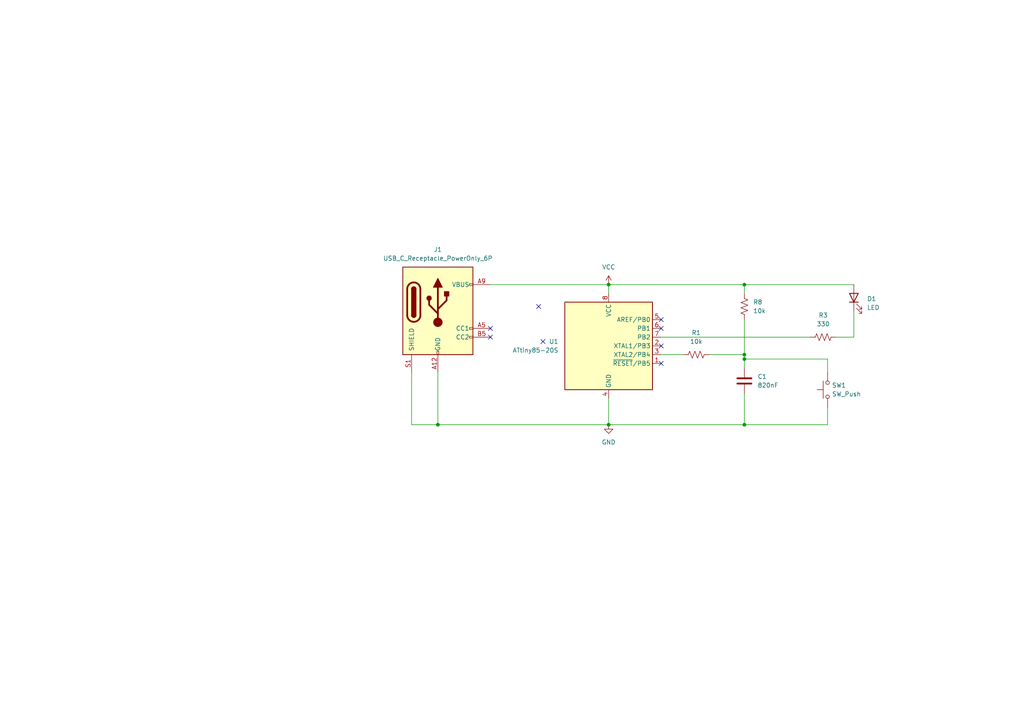
<source format=kicad_sch>
(kicad_sch
	(version 20231120)
	(generator "eeschema")
	(generator_version "8.0")
	(uuid "408691a1-f46f-4146-bc3d-0a3abede3172")
	(paper "A4")
	(lib_symbols
		(symbol "Connector:USB_C_Receptacle_PowerOnly_6P"
			(pin_names
				(offset 1.016)
			)
			(exclude_from_sim no)
			(in_bom yes)
			(on_board yes)
			(property "Reference" "J"
				(at 0 16.51 0)
				(effects
					(font
						(size 1.27 1.27)
					)
					(justify bottom)
				)
			)
			(property "Value" "USB_C_Receptacle_PowerOnly_6P"
				(at 0 13.97 0)
				(effects
					(font
						(size 1.27 1.27)
					)
					(justify bottom)
				)
			)
			(property "Footprint" ""
				(at 3.81 2.54 0)
				(effects
					(font
						(size 1.27 1.27)
					)
					(hide yes)
				)
			)
			(property "Datasheet" "https://www.usb.org/sites/default/files/documents/usb_type-c.zip"
				(at 0 0 0)
				(effects
					(font
						(size 1.27 1.27)
					)
					(hide yes)
				)
			)
			(property "Description" "USB Power-Only 6P Type-C Receptacle connector"
				(at 0 0 0)
				(effects
					(font
						(size 1.27 1.27)
					)
					(hide yes)
				)
			)
			(property "ki_keywords" "usb universal serial bus type-C power-only charging-only 6P 6C"
				(at 0 0 0)
				(effects
					(font
						(size 1.27 1.27)
					)
					(hide yes)
				)
			)
			(property "ki_fp_filters" "USB*C*Receptacle*"
				(at 0 0 0)
				(effects
					(font
						(size 1.27 1.27)
					)
					(hide yes)
				)
			)
			(symbol "USB_C_Receptacle_PowerOnly_6P_0_0"
				(rectangle
					(start -0.254 -12.7)
					(end 0.254 -11.684)
					(stroke
						(width 0)
						(type default)
					)
					(fill
						(type none)
					)
				)
				(rectangle
					(start 10.16 -7.366)
					(end 9.144 -7.874)
					(stroke
						(width 0)
						(type default)
					)
					(fill
						(type none)
					)
				)
				(rectangle
					(start 10.16 -4.826)
					(end 9.144 -5.334)
					(stroke
						(width 0)
						(type default)
					)
					(fill
						(type none)
					)
				)
				(rectangle
					(start 10.16 7.874)
					(end 9.144 7.366)
					(stroke
						(width 0)
						(type default)
					)
					(fill
						(type none)
					)
				)
			)
			(symbol "USB_C_Receptacle_PowerOnly_6P_0_1"
				(rectangle
					(start -10.16 12.7)
					(end 10.16 -12.7)
					(stroke
						(width 0.254)
						(type default)
					)
					(fill
						(type background)
					)
				)
				(arc
					(start -8.89 -1.27)
					(mid -6.985 -3.1667)
					(end -5.08 -1.27)
					(stroke
						(width 0.508)
						(type default)
					)
					(fill
						(type none)
					)
				)
				(arc
					(start -7.62 -1.27)
					(mid -6.985 -1.9023)
					(end -6.35 -1.27)
					(stroke
						(width 0.254)
						(type default)
					)
					(fill
						(type none)
					)
				)
				(arc
					(start -7.62 -1.27)
					(mid -6.985 -1.9023)
					(end -6.35 -1.27)
					(stroke
						(width 0.254)
						(type default)
					)
					(fill
						(type outline)
					)
				)
				(rectangle
					(start -7.62 -1.27)
					(end -6.35 6.35)
					(stroke
						(width 0.254)
						(type default)
					)
					(fill
						(type outline)
					)
				)
				(arc
					(start -6.35 6.35)
					(mid -6.985 6.9823)
					(end -7.62 6.35)
					(stroke
						(width 0.254)
						(type default)
					)
					(fill
						(type none)
					)
				)
				(arc
					(start -6.35 6.35)
					(mid -6.985 6.9823)
					(end -7.62 6.35)
					(stroke
						(width 0.254)
						(type default)
					)
					(fill
						(type outline)
					)
				)
				(arc
					(start -5.08 6.35)
					(mid -6.985 8.2467)
					(end -8.89 6.35)
					(stroke
						(width 0.508)
						(type default)
					)
					(fill
						(type none)
					)
				)
				(circle
					(center -2.54 3.683)
					(radius 0.635)
					(stroke
						(width 0.254)
						(type default)
					)
					(fill
						(type outline)
					)
				)
				(circle
					(center 0 -3.302)
					(radius 1.27)
					(stroke
						(width 0)
						(type default)
					)
					(fill
						(type outline)
					)
				)
				(polyline
					(pts
						(xy -8.89 -1.27) (xy -8.89 6.35)
					)
					(stroke
						(width 0.508)
						(type default)
					)
					(fill
						(type none)
					)
				)
				(polyline
					(pts
						(xy -5.08 6.35) (xy -5.08 -1.27)
					)
					(stroke
						(width 0.508)
						(type default)
					)
					(fill
						(type none)
					)
				)
				(polyline
					(pts
						(xy 0 -3.302) (xy 0 6.858)
					)
					(stroke
						(width 0.508)
						(type default)
					)
					(fill
						(type none)
					)
				)
				(polyline
					(pts
						(xy 0 -0.762) (xy -2.54 1.778) (xy -2.54 3.048)
					)
					(stroke
						(width 0.508)
						(type default)
					)
					(fill
						(type none)
					)
				)
				(polyline
					(pts
						(xy 0 0.508) (xy 2.54 3.048) (xy 2.54 4.318)
					)
					(stroke
						(width 0.508)
						(type default)
					)
					(fill
						(type none)
					)
				)
				(polyline
					(pts
						(xy -1.27 6.858) (xy 0 9.398) (xy 1.27 6.858) (xy -1.27 6.858)
					)
					(stroke
						(width 0.254)
						(type default)
					)
					(fill
						(type outline)
					)
				)
				(rectangle
					(start 1.905 4.318)
					(end 3.175 5.588)
					(stroke
						(width 0.254)
						(type default)
					)
					(fill
						(type outline)
					)
				)
			)
			(symbol "USB_C_Receptacle_PowerOnly_6P_1_1"
				(pin passive line
					(at 0 -17.78 90)
					(length 5.08)
					(name "GND"
						(effects
							(font
								(size 1.27 1.27)
							)
						)
					)
					(number "A12"
						(effects
							(font
								(size 1.27 1.27)
							)
						)
					)
				)
				(pin bidirectional line
					(at 15.24 -5.08 180)
					(length 5.08)
					(name "CC1"
						(effects
							(font
								(size 1.27 1.27)
							)
						)
					)
					(number "A5"
						(effects
							(font
								(size 1.27 1.27)
							)
						)
					)
				)
				(pin passive line
					(at 15.24 7.62 180)
					(length 5.08)
					(name "VBUS"
						(effects
							(font
								(size 1.27 1.27)
							)
						)
					)
					(number "A9"
						(effects
							(font
								(size 1.27 1.27)
							)
						)
					)
				)
				(pin passive line
					(at 0 -17.78 90)
					(length 5.08) hide
					(name "GND"
						(effects
							(font
								(size 1.27 1.27)
							)
						)
					)
					(number "B12"
						(effects
							(font
								(size 1.27 1.27)
							)
						)
					)
				)
				(pin bidirectional line
					(at 15.24 -7.62 180)
					(length 5.08)
					(name "CC2"
						(effects
							(font
								(size 1.27 1.27)
							)
						)
					)
					(number "B5"
						(effects
							(font
								(size 1.27 1.27)
							)
						)
					)
				)
				(pin passive line
					(at 15.24 7.62 180)
					(length 5.08) hide
					(name "VBUS"
						(effects
							(font
								(size 1.27 1.27)
							)
						)
					)
					(number "B9"
						(effects
							(font
								(size 1.27 1.27)
							)
						)
					)
				)
				(pin passive line
					(at -7.62 -17.78 90)
					(length 5.08)
					(name "SHIELD"
						(effects
							(font
								(size 1.27 1.27)
							)
						)
					)
					(number "S1"
						(effects
							(font
								(size 1.27 1.27)
							)
						)
					)
				)
			)
		)
		(symbol "Device:C"
			(pin_numbers hide)
			(pin_names
				(offset 0.254)
			)
			(exclude_from_sim no)
			(in_bom yes)
			(on_board yes)
			(property "Reference" "C"
				(at 0.635 2.54 0)
				(effects
					(font
						(size 1.27 1.27)
					)
					(justify left)
				)
			)
			(property "Value" "C"
				(at 0.635 -2.54 0)
				(effects
					(font
						(size 1.27 1.27)
					)
					(justify left)
				)
			)
			(property "Footprint" ""
				(at 0.9652 -3.81 0)
				(effects
					(font
						(size 1.27 1.27)
					)
					(hide yes)
				)
			)
			(property "Datasheet" "~"
				(at 0 0 0)
				(effects
					(font
						(size 1.27 1.27)
					)
					(hide yes)
				)
			)
			(property "Description" "Unpolarized capacitor"
				(at 0 0 0)
				(effects
					(font
						(size 1.27 1.27)
					)
					(hide yes)
				)
			)
			(property "ki_keywords" "cap capacitor"
				(at 0 0 0)
				(effects
					(font
						(size 1.27 1.27)
					)
					(hide yes)
				)
			)
			(property "ki_fp_filters" "C_*"
				(at 0 0 0)
				(effects
					(font
						(size 1.27 1.27)
					)
					(hide yes)
				)
			)
			(symbol "C_0_1"
				(polyline
					(pts
						(xy -2.032 -0.762) (xy 2.032 -0.762)
					)
					(stroke
						(width 0.508)
						(type default)
					)
					(fill
						(type none)
					)
				)
				(polyline
					(pts
						(xy -2.032 0.762) (xy 2.032 0.762)
					)
					(stroke
						(width 0.508)
						(type default)
					)
					(fill
						(type none)
					)
				)
			)
			(symbol "C_1_1"
				(pin passive line
					(at 0 3.81 270)
					(length 2.794)
					(name "~"
						(effects
							(font
								(size 1.27 1.27)
							)
						)
					)
					(number "1"
						(effects
							(font
								(size 1.27 1.27)
							)
						)
					)
				)
				(pin passive line
					(at 0 -3.81 90)
					(length 2.794)
					(name "~"
						(effects
							(font
								(size 1.27 1.27)
							)
						)
					)
					(number "2"
						(effects
							(font
								(size 1.27 1.27)
							)
						)
					)
				)
			)
		)
		(symbol "Device:LED"
			(pin_numbers hide)
			(pin_names
				(offset 1.016) hide)
			(exclude_from_sim no)
			(in_bom yes)
			(on_board yes)
			(property "Reference" "D"
				(at 0 2.54 0)
				(effects
					(font
						(size 1.27 1.27)
					)
				)
			)
			(property "Value" "LED"
				(at 0 -2.54 0)
				(effects
					(font
						(size 1.27 1.27)
					)
				)
			)
			(property "Footprint" ""
				(at 0 0 0)
				(effects
					(font
						(size 1.27 1.27)
					)
					(hide yes)
				)
			)
			(property "Datasheet" "~"
				(at 0 0 0)
				(effects
					(font
						(size 1.27 1.27)
					)
					(hide yes)
				)
			)
			(property "Description" "Light emitting diode"
				(at 0 0 0)
				(effects
					(font
						(size 1.27 1.27)
					)
					(hide yes)
				)
			)
			(property "ki_keywords" "LED diode"
				(at 0 0 0)
				(effects
					(font
						(size 1.27 1.27)
					)
					(hide yes)
				)
			)
			(property "ki_fp_filters" "LED* LED_SMD:* LED_THT:*"
				(at 0 0 0)
				(effects
					(font
						(size 1.27 1.27)
					)
					(hide yes)
				)
			)
			(symbol "LED_0_1"
				(polyline
					(pts
						(xy -1.27 -1.27) (xy -1.27 1.27)
					)
					(stroke
						(width 0.254)
						(type default)
					)
					(fill
						(type none)
					)
				)
				(polyline
					(pts
						(xy -1.27 0) (xy 1.27 0)
					)
					(stroke
						(width 0)
						(type default)
					)
					(fill
						(type none)
					)
				)
				(polyline
					(pts
						(xy 1.27 -1.27) (xy 1.27 1.27) (xy -1.27 0) (xy 1.27 -1.27)
					)
					(stroke
						(width 0.254)
						(type default)
					)
					(fill
						(type none)
					)
				)
				(polyline
					(pts
						(xy -3.048 -0.762) (xy -4.572 -2.286) (xy -3.81 -2.286) (xy -4.572 -2.286) (xy -4.572 -1.524)
					)
					(stroke
						(width 0)
						(type default)
					)
					(fill
						(type none)
					)
				)
				(polyline
					(pts
						(xy -1.778 -0.762) (xy -3.302 -2.286) (xy -2.54 -2.286) (xy -3.302 -2.286) (xy -3.302 -1.524)
					)
					(stroke
						(width 0)
						(type default)
					)
					(fill
						(type none)
					)
				)
			)
			(symbol "LED_1_1"
				(pin passive line
					(at -3.81 0 0)
					(length 2.54)
					(name "K"
						(effects
							(font
								(size 1.27 1.27)
							)
						)
					)
					(number "1"
						(effects
							(font
								(size 1.27 1.27)
							)
						)
					)
				)
				(pin passive line
					(at 3.81 0 180)
					(length 2.54)
					(name "A"
						(effects
							(font
								(size 1.27 1.27)
							)
						)
					)
					(number "2"
						(effects
							(font
								(size 1.27 1.27)
							)
						)
					)
				)
			)
		)
		(symbol "Device:R_US"
			(pin_numbers hide)
			(pin_names
				(offset 0)
			)
			(exclude_from_sim no)
			(in_bom yes)
			(on_board yes)
			(property "Reference" "R"
				(at 2.54 0 90)
				(effects
					(font
						(size 1.27 1.27)
					)
				)
			)
			(property "Value" "R_US"
				(at -2.54 0 90)
				(effects
					(font
						(size 1.27 1.27)
					)
				)
			)
			(property "Footprint" ""
				(at 1.016 -0.254 90)
				(effects
					(font
						(size 1.27 1.27)
					)
					(hide yes)
				)
			)
			(property "Datasheet" "~"
				(at 0 0 0)
				(effects
					(font
						(size 1.27 1.27)
					)
					(hide yes)
				)
			)
			(property "Description" "Resistor, US symbol"
				(at 0 0 0)
				(effects
					(font
						(size 1.27 1.27)
					)
					(hide yes)
				)
			)
			(property "ki_keywords" "R res resistor"
				(at 0 0 0)
				(effects
					(font
						(size 1.27 1.27)
					)
					(hide yes)
				)
			)
			(property "ki_fp_filters" "R_*"
				(at 0 0 0)
				(effects
					(font
						(size 1.27 1.27)
					)
					(hide yes)
				)
			)
			(symbol "R_US_0_1"
				(polyline
					(pts
						(xy 0 -2.286) (xy 0 -2.54)
					)
					(stroke
						(width 0)
						(type default)
					)
					(fill
						(type none)
					)
				)
				(polyline
					(pts
						(xy 0 2.286) (xy 0 2.54)
					)
					(stroke
						(width 0)
						(type default)
					)
					(fill
						(type none)
					)
				)
				(polyline
					(pts
						(xy 0 -0.762) (xy 1.016 -1.143) (xy 0 -1.524) (xy -1.016 -1.905) (xy 0 -2.286)
					)
					(stroke
						(width 0)
						(type default)
					)
					(fill
						(type none)
					)
				)
				(polyline
					(pts
						(xy 0 0.762) (xy 1.016 0.381) (xy 0 0) (xy -1.016 -0.381) (xy 0 -0.762)
					)
					(stroke
						(width 0)
						(type default)
					)
					(fill
						(type none)
					)
				)
				(polyline
					(pts
						(xy 0 2.286) (xy 1.016 1.905) (xy 0 1.524) (xy -1.016 1.143) (xy 0 0.762)
					)
					(stroke
						(width 0)
						(type default)
					)
					(fill
						(type none)
					)
				)
			)
			(symbol "R_US_1_1"
				(pin passive line
					(at 0 3.81 270)
					(length 1.27)
					(name "~"
						(effects
							(font
								(size 1.27 1.27)
							)
						)
					)
					(number "1"
						(effects
							(font
								(size 1.27 1.27)
							)
						)
					)
				)
				(pin passive line
					(at 0 -3.81 90)
					(length 1.27)
					(name "~"
						(effects
							(font
								(size 1.27 1.27)
							)
						)
					)
					(number "2"
						(effects
							(font
								(size 1.27 1.27)
							)
						)
					)
				)
			)
		)
		(symbol "MCU_Microchip_ATtiny:ATtiny85-20S"
			(exclude_from_sim no)
			(in_bom yes)
			(on_board yes)
			(property "Reference" "U"
				(at -12.7 13.97 0)
				(effects
					(font
						(size 1.27 1.27)
					)
					(justify left bottom)
				)
			)
			(property "Value" "ATtiny85-20S"
				(at 2.54 -13.97 0)
				(effects
					(font
						(size 1.27 1.27)
					)
					(justify left top)
				)
			)
			(property "Footprint" "Package_SO:SOIC-8W_5.3x5.3mm_P1.27mm"
				(at 0 0 0)
				(effects
					(font
						(size 1.27 1.27)
						(italic yes)
					)
					(hide yes)
				)
			)
			(property "Datasheet" "http://ww1.microchip.com/downloads/en/DeviceDoc/atmel-2586-avr-8-bit-microcontroller-attiny25-attiny45-attiny85_datasheet.pdf"
				(at 0 0 0)
				(effects
					(font
						(size 1.27 1.27)
					)
					(hide yes)
				)
			)
			(property "Description" "20MHz, 8kB Flash, 512B SRAM, 512B EEPROM, debugWIRE, SOIC-8W"
				(at 0 0 0)
				(effects
					(font
						(size 1.27 1.27)
					)
					(hide yes)
				)
			)
			(property "ki_keywords" "AVR 8bit Microcontroller tinyAVR"
				(at 0 0 0)
				(effects
					(font
						(size 1.27 1.27)
					)
					(hide yes)
				)
			)
			(property "ki_fp_filters" "SOIC*5.3x5.3mm*P1.27mm*"
				(at 0 0 0)
				(effects
					(font
						(size 1.27 1.27)
					)
					(hide yes)
				)
			)
			(symbol "ATtiny85-20S_0_1"
				(rectangle
					(start -12.7 -12.7)
					(end 12.7 12.7)
					(stroke
						(width 0.254)
						(type default)
					)
					(fill
						(type background)
					)
				)
			)
			(symbol "ATtiny85-20S_1_1"
				(pin bidirectional line
					(at 15.24 -5.08 180)
					(length 2.54)
					(name "~{RESET}/PB5"
						(effects
							(font
								(size 1.27 1.27)
							)
						)
					)
					(number "1"
						(effects
							(font
								(size 1.27 1.27)
							)
						)
					)
				)
				(pin bidirectional line
					(at 15.24 0 180)
					(length 2.54)
					(name "XTAL1/PB3"
						(effects
							(font
								(size 1.27 1.27)
							)
						)
					)
					(number "2"
						(effects
							(font
								(size 1.27 1.27)
							)
						)
					)
				)
				(pin bidirectional line
					(at 15.24 -2.54 180)
					(length 2.54)
					(name "XTAL2/PB4"
						(effects
							(font
								(size 1.27 1.27)
							)
						)
					)
					(number "3"
						(effects
							(font
								(size 1.27 1.27)
							)
						)
					)
				)
				(pin power_in line
					(at 0 -15.24 90)
					(length 2.54)
					(name "GND"
						(effects
							(font
								(size 1.27 1.27)
							)
						)
					)
					(number "4"
						(effects
							(font
								(size 1.27 1.27)
							)
						)
					)
				)
				(pin bidirectional line
					(at 15.24 7.62 180)
					(length 2.54)
					(name "AREF/PB0"
						(effects
							(font
								(size 1.27 1.27)
							)
						)
					)
					(number "5"
						(effects
							(font
								(size 1.27 1.27)
							)
						)
					)
				)
				(pin bidirectional line
					(at 15.24 5.08 180)
					(length 2.54)
					(name "PB1"
						(effects
							(font
								(size 1.27 1.27)
							)
						)
					)
					(number "6"
						(effects
							(font
								(size 1.27 1.27)
							)
						)
					)
				)
				(pin bidirectional line
					(at 15.24 2.54 180)
					(length 2.54)
					(name "PB2"
						(effects
							(font
								(size 1.27 1.27)
							)
						)
					)
					(number "7"
						(effects
							(font
								(size 1.27 1.27)
							)
						)
					)
				)
				(pin power_in line
					(at 0 15.24 270)
					(length 2.54)
					(name "VCC"
						(effects
							(font
								(size 1.27 1.27)
							)
						)
					)
					(number "8"
						(effects
							(font
								(size 1.27 1.27)
							)
						)
					)
				)
			)
		)
		(symbol "Switch:SW_Push"
			(pin_numbers hide)
			(pin_names
				(offset 1.016) hide)
			(exclude_from_sim no)
			(in_bom yes)
			(on_board yes)
			(property "Reference" "SW"
				(at 1.27 2.54 0)
				(effects
					(font
						(size 1.27 1.27)
					)
					(justify left)
				)
			)
			(property "Value" "SW_Push"
				(at 0 -1.524 0)
				(effects
					(font
						(size 1.27 1.27)
					)
				)
			)
			(property "Footprint" ""
				(at 0 5.08 0)
				(effects
					(font
						(size 1.27 1.27)
					)
					(hide yes)
				)
			)
			(property "Datasheet" "~"
				(at 0 5.08 0)
				(effects
					(font
						(size 1.27 1.27)
					)
					(hide yes)
				)
			)
			(property "Description" "Push button switch, generic, two pins"
				(at 0 0 0)
				(effects
					(font
						(size 1.27 1.27)
					)
					(hide yes)
				)
			)
			(property "ki_keywords" "switch normally-open pushbutton push-button"
				(at 0 0 0)
				(effects
					(font
						(size 1.27 1.27)
					)
					(hide yes)
				)
			)
			(symbol "SW_Push_0_1"
				(circle
					(center -2.032 0)
					(radius 0.508)
					(stroke
						(width 0)
						(type default)
					)
					(fill
						(type none)
					)
				)
				(polyline
					(pts
						(xy 0 1.27) (xy 0 3.048)
					)
					(stroke
						(width 0)
						(type default)
					)
					(fill
						(type none)
					)
				)
				(polyline
					(pts
						(xy 2.54 1.27) (xy -2.54 1.27)
					)
					(stroke
						(width 0)
						(type default)
					)
					(fill
						(type none)
					)
				)
				(circle
					(center 2.032 0)
					(radius 0.508)
					(stroke
						(width 0)
						(type default)
					)
					(fill
						(type none)
					)
				)
				(pin passive line
					(at -5.08 0 0)
					(length 2.54)
					(name "1"
						(effects
							(font
								(size 1.27 1.27)
							)
						)
					)
					(number "1"
						(effects
							(font
								(size 1.27 1.27)
							)
						)
					)
				)
				(pin passive line
					(at 5.08 0 180)
					(length 2.54)
					(name "2"
						(effects
							(font
								(size 1.27 1.27)
							)
						)
					)
					(number "2"
						(effects
							(font
								(size 1.27 1.27)
							)
						)
					)
				)
			)
		)
		(symbol "power:GND"
			(power)
			(pin_numbers hide)
			(pin_names
				(offset 0) hide)
			(exclude_from_sim no)
			(in_bom yes)
			(on_board yes)
			(property "Reference" "#PWR"
				(at 0 -6.35 0)
				(effects
					(font
						(size 1.27 1.27)
					)
					(hide yes)
				)
			)
			(property "Value" "GND"
				(at 0 -3.81 0)
				(effects
					(font
						(size 1.27 1.27)
					)
				)
			)
			(property "Footprint" ""
				(at 0 0 0)
				(effects
					(font
						(size 1.27 1.27)
					)
					(hide yes)
				)
			)
			(property "Datasheet" ""
				(at 0 0 0)
				(effects
					(font
						(size 1.27 1.27)
					)
					(hide yes)
				)
			)
			(property "Description" "Power symbol creates a global label with name \"GND\" , ground"
				(at 0 0 0)
				(effects
					(font
						(size 1.27 1.27)
					)
					(hide yes)
				)
			)
			(property "ki_keywords" "global power"
				(at 0 0 0)
				(effects
					(font
						(size 1.27 1.27)
					)
					(hide yes)
				)
			)
			(symbol "GND_0_1"
				(polyline
					(pts
						(xy 0 0) (xy 0 -1.27) (xy 1.27 -1.27) (xy 0 -2.54) (xy -1.27 -1.27) (xy 0 -1.27)
					)
					(stroke
						(width 0)
						(type default)
					)
					(fill
						(type none)
					)
				)
			)
			(symbol "GND_1_1"
				(pin power_in line
					(at 0 0 270)
					(length 0)
					(name "~"
						(effects
							(font
								(size 1.27 1.27)
							)
						)
					)
					(number "1"
						(effects
							(font
								(size 1.27 1.27)
							)
						)
					)
				)
			)
		)
		(symbol "power:VCC"
			(power)
			(pin_numbers hide)
			(pin_names
				(offset 0) hide)
			(exclude_from_sim no)
			(in_bom yes)
			(on_board yes)
			(property "Reference" "#PWR"
				(at 0 -3.81 0)
				(effects
					(font
						(size 1.27 1.27)
					)
					(hide yes)
				)
			)
			(property "Value" "VCC"
				(at 0 3.556 0)
				(effects
					(font
						(size 1.27 1.27)
					)
				)
			)
			(property "Footprint" ""
				(at 0 0 0)
				(effects
					(font
						(size 1.27 1.27)
					)
					(hide yes)
				)
			)
			(property "Datasheet" ""
				(at 0 0 0)
				(effects
					(font
						(size 1.27 1.27)
					)
					(hide yes)
				)
			)
			(property "Description" "Power symbol creates a global label with name \"VCC\""
				(at 0 0 0)
				(effects
					(font
						(size 1.27 1.27)
					)
					(hide yes)
				)
			)
			(property "ki_keywords" "global power"
				(at 0 0 0)
				(effects
					(font
						(size 1.27 1.27)
					)
					(hide yes)
				)
			)
			(symbol "VCC_0_1"
				(polyline
					(pts
						(xy -0.762 1.27) (xy 0 2.54)
					)
					(stroke
						(width 0)
						(type default)
					)
					(fill
						(type none)
					)
				)
				(polyline
					(pts
						(xy 0 0) (xy 0 2.54)
					)
					(stroke
						(width 0)
						(type default)
					)
					(fill
						(type none)
					)
				)
				(polyline
					(pts
						(xy 0 2.54) (xy 0.762 1.27)
					)
					(stroke
						(width 0)
						(type default)
					)
					(fill
						(type none)
					)
				)
			)
			(symbol "VCC_1_1"
				(pin power_in line
					(at 0 0 90)
					(length 0)
					(name "~"
						(effects
							(font
								(size 1.27 1.27)
							)
						)
					)
					(number "1"
						(effects
							(font
								(size 1.27 1.27)
							)
						)
					)
				)
			)
		)
	)
	(junction
		(at 215.9 104.14)
		(diameter 0)
		(color 0 0 0 0)
		(uuid "1f52c45a-48b4-403b-8aa0-c3a2c041afa7")
	)
	(junction
		(at 176.53 123.19)
		(diameter 0)
		(color 0 0 0 0)
		(uuid "34e5aad3-5dd2-40fc-a490-1bb0a1151124")
	)
	(junction
		(at 127 123.19)
		(diameter 0)
		(color 0 0 0 0)
		(uuid "5a9e05c1-37dd-46c3-b5c9-83a29ab362da")
	)
	(junction
		(at 215.9 82.55)
		(diameter 0)
		(color 0 0 0 0)
		(uuid "62555009-981d-4613-8725-75588d57aa2a")
	)
	(junction
		(at 215.9 102.87)
		(diameter 0)
		(color 0 0 0 0)
		(uuid "ab51aaf6-9952-4e19-9068-07c4c2126fad")
	)
	(junction
		(at 215.9 123.19)
		(diameter 0)
		(color 0 0 0 0)
		(uuid "dc4cb107-97e4-4708-b766-2b697ff108a4")
	)
	(junction
		(at 176.53 82.55)
		(diameter 0)
		(color 0 0 0 0)
		(uuid "ebffcf2a-eb1a-46af-8291-59ba6140292d")
	)
	(no_connect
		(at 157.48 99.06)
		(uuid "3c0fcbdb-0b72-447d-9524-2e4545e485e5")
	)
	(no_connect
		(at 142.24 95.25)
		(uuid "a2f9a24c-2a00-4ac9-9a85-9cedd3d1d157")
	)
	(no_connect
		(at 191.77 95.25)
		(uuid "a9ef512e-05a1-4005-add0-8bd7d4b2c545")
	)
	(no_connect
		(at 156.21 88.9)
		(uuid "b04f167d-1839-4184-a90a-449677eb83ff")
	)
	(no_connect
		(at 191.77 105.41)
		(uuid "c8a3ff74-7c26-496e-818e-5aceffa3e527")
	)
	(no_connect
		(at 191.77 100.33)
		(uuid "cd80f6f1-a272-4df5-8c46-4fa26f9983cb")
	)
	(no_connect
		(at 191.77 92.71)
		(uuid "db8c8d89-4bea-4ab6-8e49-21a585c6dc61")
	)
	(no_connect
		(at 142.24 97.79)
		(uuid "f7373ba4-9e77-4e27-8aa8-84353855d897")
	)
	(wire
		(pts
			(xy 215.9 114.3) (xy 215.9 123.19)
		)
		(stroke
			(width 0)
			(type default)
		)
		(uuid "120fa680-bcec-488b-9cc1-b8e5bf20a616")
	)
	(wire
		(pts
			(xy 215.9 102.87) (xy 215.9 104.14)
		)
		(stroke
			(width 0)
			(type default)
		)
		(uuid "13732e20-5e4c-4e90-ad6c-8fea700abc76")
	)
	(wire
		(pts
			(xy 240.03 123.19) (xy 240.03 118.11)
		)
		(stroke
			(width 0)
			(type default)
		)
		(uuid "193bc43a-4371-42e5-8f57-89eee17a3d1b")
	)
	(wire
		(pts
			(xy 191.77 102.87) (xy 198.12 102.87)
		)
		(stroke
			(width 0)
			(type default)
		)
		(uuid "1dd4c1f3-b55c-4e46-b822-829f3ba8862f")
	)
	(wire
		(pts
			(xy 127 107.95) (xy 127 123.19)
		)
		(stroke
			(width 0)
			(type default)
		)
		(uuid "406feeab-dd45-4414-b6d3-6f677c1735e6")
	)
	(wire
		(pts
			(xy 215.9 104.14) (xy 240.03 104.14)
		)
		(stroke
			(width 0)
			(type default)
		)
		(uuid "46f904bd-301f-421f-a3f2-d4912265107b")
	)
	(wire
		(pts
			(xy 176.53 115.57) (xy 176.53 123.19)
		)
		(stroke
			(width 0)
			(type default)
		)
		(uuid "5e35afec-4d85-48cd-8112-5b3cff01cacf")
	)
	(wire
		(pts
			(xy 215.9 123.19) (xy 240.03 123.19)
		)
		(stroke
			(width 0)
			(type default)
		)
		(uuid "70060b1e-ac1c-4cb0-a074-8b9c350bcce6")
	)
	(wire
		(pts
			(xy 176.53 123.19) (xy 215.9 123.19)
		)
		(stroke
			(width 0)
			(type default)
		)
		(uuid "71639c15-fd26-4355-80ef-68a280c518af")
	)
	(wire
		(pts
			(xy 142.24 82.55) (xy 176.53 82.55)
		)
		(stroke
			(width 0)
			(type default)
		)
		(uuid "71e49ffb-2061-4a09-8e15-3698ef0d48fa")
	)
	(wire
		(pts
			(xy 242.57 97.79) (xy 247.65 97.79)
		)
		(stroke
			(width 0)
			(type default)
		)
		(uuid "75476692-6101-4200-b548-224a407aec67")
	)
	(wire
		(pts
			(xy 215.9 82.55) (xy 215.9 85.09)
		)
		(stroke
			(width 0)
			(type default)
		)
		(uuid "8fca08ee-ae0d-48f5-8897-d47235d3757a")
	)
	(wire
		(pts
			(xy 176.53 82.55) (xy 176.53 85.09)
		)
		(stroke
			(width 0)
			(type default)
		)
		(uuid "9028e6e6-adf3-424e-a9be-bc7a838800aa")
	)
	(wire
		(pts
			(xy 247.65 97.79) (xy 247.65 90.17)
		)
		(stroke
			(width 0)
			(type default)
		)
		(uuid "ad392b4c-9f49-49c2-b60c-b85efb0dd079")
	)
	(wire
		(pts
			(xy 240.03 107.95) (xy 240.03 104.14)
		)
		(stroke
			(width 0)
			(type default)
		)
		(uuid "b26cc66f-aba4-4ebf-ba7e-1893b943f343")
	)
	(wire
		(pts
			(xy 215.9 104.14) (xy 215.9 106.68)
		)
		(stroke
			(width 0)
			(type default)
		)
		(uuid "b3b7f40d-cc1c-414e-8ac2-66a283e31957")
	)
	(wire
		(pts
			(xy 127 123.19) (xy 176.53 123.19)
		)
		(stroke
			(width 0)
			(type default)
		)
		(uuid "c0526748-bc03-4cb0-a06f-bf19e024ce71")
	)
	(wire
		(pts
			(xy 119.38 123.19) (xy 127 123.19)
		)
		(stroke
			(width 0)
			(type default)
		)
		(uuid "c26f9928-cd32-4cc8-828c-3cc6d23a7c5a")
	)
	(wire
		(pts
			(xy 176.53 82.55) (xy 215.9 82.55)
		)
		(stroke
			(width 0)
			(type default)
		)
		(uuid "c306c18a-fcf5-4578-9aa2-0def076f2dc4")
	)
	(wire
		(pts
			(xy 191.77 97.79) (xy 234.95 97.79)
		)
		(stroke
			(width 0)
			(type default)
		)
		(uuid "d813c774-3234-4c5e-9dd3-86eeece7eb3b")
	)
	(wire
		(pts
			(xy 215.9 82.55) (xy 247.65 82.55)
		)
		(stroke
			(width 0)
			(type default)
		)
		(uuid "db7fe367-6ccd-459f-bdd1-3930d0ba4ad5")
	)
	(wire
		(pts
			(xy 205.74 102.87) (xy 215.9 102.87)
		)
		(stroke
			(width 0)
			(type default)
		)
		(uuid "ee2a082e-4126-45b5-b9a0-e50bafd953f5")
	)
	(wire
		(pts
			(xy 119.38 107.95) (xy 119.38 123.19)
		)
		(stroke
			(width 0)
			(type default)
		)
		(uuid "f24ae379-19d9-4e63-8a9d-05cae0c54fbb")
	)
	(wire
		(pts
			(xy 215.9 92.71) (xy 215.9 102.87)
		)
		(stroke
			(width 0)
			(type default)
		)
		(uuid "f2d33977-ae5d-4afc-a84a-89d10dd1cbf5")
	)
	(symbol
		(lib_id "power:VCC")
		(at 176.53 82.55 0)
		(unit 1)
		(exclude_from_sim no)
		(in_bom yes)
		(on_board yes)
		(dnp no)
		(fields_autoplaced yes)
		(uuid "123b61d1-f4f0-455e-b8af-84a95eced636")
		(property "Reference" "#PWR02"
			(at 176.53 86.36 0)
			(effects
				(font
					(size 1.27 1.27)
				)
				(hide yes)
			)
		)
		(property "Value" "VCC"
			(at 176.53 77.47 0)
			(effects
				(font
					(size 1.27 1.27)
				)
			)
		)
		(property "Footprint" ""
			(at 176.53 82.55 0)
			(effects
				(font
					(size 1.27 1.27)
				)
				(hide yes)
			)
		)
		(property "Datasheet" ""
			(at 176.53 82.55 0)
			(effects
				(font
					(size 1.27 1.27)
				)
				(hide yes)
			)
		)
		(property "Description" "Power symbol creates a global label with name \"VCC\""
			(at 176.53 82.55 0)
			(effects
				(font
					(size 1.27 1.27)
				)
				(hide yes)
			)
		)
		(pin "1"
			(uuid "421240d5-2102-45df-afcc-c6f3d130f3a1")
		)
		(instances
			(project ""
				(path "/408691a1-f46f-4146-bc3d-0a3abede3172"
					(reference "#PWR02")
					(unit 1)
				)
			)
		)
	)
	(symbol
		(lib_id "Device:R_US")
		(at 201.93 102.87 90)
		(unit 1)
		(exclude_from_sim no)
		(in_bom yes)
		(on_board yes)
		(dnp no)
		(fields_autoplaced yes)
		(uuid "47563fe8-d134-417f-91b4-308f88b42ef4")
		(property "Reference" "R1"
			(at 201.93 96.52 90)
			(effects
				(font
					(size 1.27 1.27)
				)
			)
		)
		(property "Value" "10k"
			(at 201.93 99.06 90)
			(effects
				(font
					(size 1.27 1.27)
				)
			)
		)
		(property "Footprint" "Resistor_SMD:R_0402_1005Metric"
			(at 202.184 101.854 90)
			(effects
				(font
					(size 1.27 1.27)
				)
				(hide yes)
			)
		)
		(property "Datasheet" "~"
			(at 201.93 102.87 0)
			(effects
				(font
					(size 1.27 1.27)
				)
				(hide yes)
			)
		)
		(property "Description" "Resistor, US symbol"
			(at 201.93 102.87 0)
			(effects
				(font
					(size 1.27 1.27)
				)
				(hide yes)
			)
		)
		(pin "1"
			(uuid "57279f6e-3f50-4ec6-9774-f68ee36084b7")
		)
		(pin "2"
			(uuid "a7fc1fe9-4591-4f80-b9c3-f0442d488dfe")
		)
		(instances
			(project "Lora"
				(path "/408691a1-f46f-4146-bc3d-0a3abede3172"
					(reference "R1")
					(unit 1)
				)
			)
		)
	)
	(symbol
		(lib_id "Switch:SW_Push")
		(at 240.03 113.03 90)
		(unit 1)
		(exclude_from_sim no)
		(in_bom yes)
		(on_board yes)
		(dnp no)
		(fields_autoplaced yes)
		(uuid "4b60116b-c009-4d5b-ade5-3bfaa2d0c68a")
		(property "Reference" "SW1"
			(at 241.3 111.7599 90)
			(effects
				(font
					(size 1.27 1.27)
				)
				(justify right)
			)
		)
		(property "Value" "SW_Push"
			(at 241.3 114.2999 90)
			(effects
				(font
					(size 1.27 1.27)
				)
				(justify right)
			)
		)
		(property "Footprint" "Button_Switch_THT:SW_Tactile_SPST_Angled_PTS645Vx31-2LFS"
			(at 234.95 113.03 0)
			(effects
				(font
					(size 1.27 1.27)
				)
				(hide yes)
			)
		)
		(property "Datasheet" "~"
			(at 234.95 113.03 0)
			(effects
				(font
					(size 1.27 1.27)
				)
				(hide yes)
			)
		)
		(property "Description" "Push button switch, generic, two pins"
			(at 240.03 113.03 0)
			(effects
				(font
					(size 1.27 1.27)
				)
				(hide yes)
			)
		)
		(pin "1"
			(uuid "ca73e712-d8cc-4dc8-9dbb-3b821716f761")
		)
		(pin "2"
			(uuid "3c06e566-a226-4786-8390-bdf8f853357a")
		)
		(instances
			(project ""
				(path "/408691a1-f46f-4146-bc3d-0a3abede3172"
					(reference "SW1")
					(unit 1)
				)
			)
		)
	)
	(symbol
		(lib_id "power:GND")
		(at 176.53 123.19 0)
		(unit 1)
		(exclude_from_sim no)
		(in_bom yes)
		(on_board yes)
		(dnp no)
		(fields_autoplaced yes)
		(uuid "51706496-6946-49ab-b1b1-661d60970158")
		(property "Reference" "#PWR01"
			(at 176.53 129.54 0)
			(effects
				(font
					(size 1.27 1.27)
				)
				(hide yes)
			)
		)
		(property "Value" "GND"
			(at 176.53 128.27 0)
			(effects
				(font
					(size 1.27 1.27)
				)
			)
		)
		(property "Footprint" ""
			(at 176.53 123.19 0)
			(effects
				(font
					(size 1.27 1.27)
				)
				(hide yes)
			)
		)
		(property "Datasheet" ""
			(at 176.53 123.19 0)
			(effects
				(font
					(size 1.27 1.27)
				)
				(hide yes)
			)
		)
		(property "Description" "Power symbol creates a global label with name \"GND\" , ground"
			(at 176.53 123.19 0)
			(effects
				(font
					(size 1.27 1.27)
				)
				(hide yes)
			)
		)
		(pin "1"
			(uuid "6e413a3d-f393-4a0b-a471-c6fa36041f9f")
		)
		(instances
			(project ""
				(path "/408691a1-f46f-4146-bc3d-0a3abede3172"
					(reference "#PWR01")
					(unit 1)
				)
			)
		)
	)
	(symbol
		(lib_id "Device:LED")
		(at 247.65 86.36 90)
		(unit 1)
		(exclude_from_sim no)
		(in_bom yes)
		(on_board yes)
		(dnp no)
		(fields_autoplaced yes)
		(uuid "a8928fe7-c936-44d6-930d-733fc7cc070d")
		(property "Reference" "D1"
			(at 251.46 86.6774 90)
			(effects
				(font
					(size 1.27 1.27)
				)
				(justify right)
			)
		)
		(property "Value" "LED"
			(at 251.46 89.2174 90)
			(effects
				(font
					(size 1.27 1.27)
				)
				(justify right)
			)
		)
		(property "Footprint" "LED_SMD:LED_0402_1005Metric"
			(at 247.65 86.36 0)
			(effects
				(font
					(size 1.27 1.27)
				)
				(hide yes)
			)
		)
		(property "Datasheet" "~"
			(at 247.65 86.36 0)
			(effects
				(font
					(size 1.27 1.27)
				)
				(hide yes)
			)
		)
		(property "Description" "Light emitting diode"
			(at 247.65 86.36 0)
			(effects
				(font
					(size 1.27 1.27)
				)
				(hide yes)
			)
		)
		(pin "2"
			(uuid "9ab58688-d84c-452a-aa8c-d554a3534a2d")
		)
		(pin "1"
			(uuid "a7ffcfef-60b9-4b3e-af39-af40de7fb9d8")
		)
		(instances
			(project ""
				(path "/408691a1-f46f-4146-bc3d-0a3abede3172"
					(reference "D1")
					(unit 1)
				)
			)
		)
	)
	(symbol
		(lib_id "Device:R_US")
		(at 238.76 97.79 90)
		(unit 1)
		(exclude_from_sim no)
		(in_bom yes)
		(on_board yes)
		(dnp no)
		(fields_autoplaced yes)
		(uuid "afb34c2f-35bb-4c28-9592-c6132f053818")
		(property "Reference" "R3"
			(at 238.76 91.44 90)
			(effects
				(font
					(size 1.27 1.27)
				)
			)
		)
		(property "Value" "330"
			(at 238.76 93.98 90)
			(effects
				(font
					(size 1.27 1.27)
				)
			)
		)
		(property "Footprint" "Resistor_SMD:R_1218_3246Metric"
			(at 239.014 96.774 90)
			(effects
				(font
					(size 1.27 1.27)
				)
				(hide yes)
			)
		)
		(property "Datasheet" "~"
			(at 238.76 97.79 0)
			(effects
				(font
					(size 1.27 1.27)
				)
				(hide yes)
			)
		)
		(property "Description" "Resistor, US symbol"
			(at 238.76 97.79 0)
			(effects
				(font
					(size 1.27 1.27)
				)
				(hide yes)
			)
		)
		(pin "2"
			(uuid "30ba5fc0-6a06-4fd8-a059-18e4c53eff72")
		)
		(pin "1"
			(uuid "a32df6ad-7320-40a3-b359-fbe6d84297ba")
		)
		(instances
			(project ""
				(path "/408691a1-f46f-4146-bc3d-0a3abede3172"
					(reference "R3")
					(unit 1)
				)
			)
		)
	)
	(symbol
		(lib_id "Device:C")
		(at 215.9 110.49 0)
		(unit 1)
		(exclude_from_sim no)
		(in_bom yes)
		(on_board yes)
		(dnp no)
		(fields_autoplaced yes)
		(uuid "b7bf2cea-1f4d-4589-a9bb-bfd0c7165666")
		(property "Reference" "C1"
			(at 219.71 109.2199 0)
			(effects
				(font
					(size 1.27 1.27)
				)
				(justify left)
			)
		)
		(property "Value" "820nF"
			(at 219.71 111.7599 0)
			(effects
				(font
					(size 1.27 1.27)
				)
				(justify left)
			)
		)
		(property "Footprint" "Capacitor_SMD:C_0805_2012Metric_Pad1.18x1.45mm_HandSolder"
			(at 216.8652 114.3 0)
			(effects
				(font
					(size 1.27 1.27)
				)
				(hide yes)
			)
		)
		(property "Datasheet" "~"
			(at 215.9 110.49 0)
			(effects
				(font
					(size 1.27 1.27)
				)
				(hide yes)
			)
		)
		(property "Description" "Unpolarized capacitor"
			(at 215.9 110.49 0)
			(effects
				(font
					(size 1.27 1.27)
				)
				(hide yes)
			)
		)
		(pin "1"
			(uuid "a434b434-2e87-4806-bdc4-79bc0da9d6e7")
		)
		(pin "2"
			(uuid "becb8ad5-0680-434a-8f26-edfe8df56664")
		)
		(instances
			(project ""
				(path "/408691a1-f46f-4146-bc3d-0a3abede3172"
					(reference "C1")
					(unit 1)
				)
			)
		)
	)
	(symbol
		(lib_id "Connector:USB_C_Receptacle_PowerOnly_6P")
		(at 127 90.17 0)
		(unit 1)
		(exclude_from_sim no)
		(in_bom yes)
		(on_board yes)
		(dnp no)
		(fields_autoplaced yes)
		(uuid "c768f965-6f4c-41f9-8513-e590231dc861")
		(property "Reference" "J1"
			(at 127 72.39 0)
			(effects
				(font
					(size 1.27 1.27)
				)
			)
		)
		(property "Value" "USB_C_Receptacle_PowerOnly_6P"
			(at 127 74.93 0)
			(effects
				(font
					(size 1.27 1.27)
				)
			)
		)
		(property "Footprint" "Connector_USB:USB_C_Receptacle_HRO_TYPE-C-31-M-17"
			(at 130.81 87.63 0)
			(effects
				(font
					(size 1.27 1.27)
				)
				(hide yes)
			)
		)
		(property "Datasheet" "https://www.usb.org/sites/default/files/documents/usb_type-c.zip"
			(at 127 90.17 0)
			(effects
				(font
					(size 1.27 1.27)
				)
				(hide yes)
			)
		)
		(property "Description" "USB Power-Only 6P Type-C Receptacle connector"
			(at 127 90.17 0)
			(effects
				(font
					(size 1.27 1.27)
				)
				(hide yes)
			)
		)
		(pin "B12"
			(uuid "ec6af578-237d-4aa2-8b5b-ad5a403c2fba")
		)
		(pin "A12"
			(uuid "21c7d492-3d95-48f1-8155-ac5ca4104bcc")
		)
		(pin "A9"
			(uuid "9986a312-57fa-4aab-84fb-ca6dd2266c7f")
		)
		(pin "B9"
			(uuid "4f1073d2-1bf3-4dc4-937c-632cfbb1776e")
		)
		(pin "S1"
			(uuid "39113d70-16ef-4575-ba67-57ca1f5a6d57")
		)
		(pin "B5"
			(uuid "0cef0417-2d2d-43fd-9517-65b8662e26b1")
		)
		(pin "A5"
			(uuid "bb706f2c-42b5-46ab-aaf4-564d49b0448f")
		)
		(instances
			(project ""
				(path "/408691a1-f46f-4146-bc3d-0a3abede3172"
					(reference "J1")
					(unit 1)
				)
			)
		)
	)
	(symbol
		(lib_id "MCU_Microchip_ATtiny:ATtiny85-20S")
		(at 176.53 100.33 0)
		(unit 1)
		(exclude_from_sim no)
		(in_bom yes)
		(on_board yes)
		(dnp no)
		(fields_autoplaced yes)
		(uuid "e7f30dea-411d-43d2-a735-35ca00ba6087")
		(property "Reference" "U1"
			(at 161.9882 99.0599 0)
			(effects
				(font
					(size 1.27 1.27)
				)
				(justify right)
			)
		)
		(property "Value" "ATtiny85-20S"
			(at 161.9882 101.5999 0)
			(effects
				(font
					(size 1.27 1.27)
				)
				(justify right)
			)
		)
		(property "Footprint" "Package_SO:SOIC-8W_5.3x5.3mm_P1.27mm"
			(at 176.53 100.33 0)
			(effects
				(font
					(size 1.27 1.27)
					(italic yes)
				)
				(hide yes)
			)
		)
		(property "Datasheet" "http://ww1.microchip.com/downloads/en/DeviceDoc/atmel-2586-avr-8-bit-microcontroller-attiny25-attiny45-attiny85_datasheet.pdf"
			(at 176.53 100.33 0)
			(effects
				(font
					(size 1.27 1.27)
				)
				(hide yes)
			)
		)
		(property "Description" "20MHz, 8kB Flash, 512B SRAM, 512B EEPROM, debugWIRE, SOIC-8W"
			(at 176.53 100.33 0)
			(effects
				(font
					(size 1.27 1.27)
				)
				(hide yes)
			)
		)
		(pin "7"
			(uuid "fccbeac7-5707-47b3-a3d3-8b481db1132a")
		)
		(pin "8"
			(uuid "511ae460-a750-455a-b3e4-8f8327279e91")
		)
		(pin "1"
			(uuid "b0620348-1bf4-4d74-873e-42531343f9f9")
		)
		(pin "4"
			(uuid "c3828935-d1d4-4d1b-ac5e-f1a4723146b3")
		)
		(pin "6"
			(uuid "66e21236-03b1-490f-a256-cb079ca6b529")
		)
		(pin "3"
			(uuid "e4da652b-7c5a-424b-b1ed-47190946c69b")
		)
		(pin "5"
			(uuid "7b8491c4-ae52-4ef8-912f-4cc492aeaa6e")
		)
		(pin "2"
			(uuid "9f27a1b6-a358-46d2-94cd-ec6d61b67418")
		)
		(instances
			(project ""
				(path "/408691a1-f46f-4146-bc3d-0a3abede3172"
					(reference "U1")
					(unit 1)
				)
			)
		)
	)
	(symbol
		(lib_id "Device:R_US")
		(at 215.9 88.9 0)
		(unit 1)
		(exclude_from_sim no)
		(in_bom yes)
		(on_board yes)
		(dnp no)
		(fields_autoplaced yes)
		(uuid "f68a830e-860b-4793-88db-d0ecb76b97bd")
		(property "Reference" "R8"
			(at 218.44 87.6299 0)
			(effects
				(font
					(size 1.27 1.27)
				)
				(justify left)
			)
		)
		(property "Value" "10k"
			(at 218.44 90.1699 0)
			(effects
				(font
					(size 1.27 1.27)
				)
				(justify left)
			)
		)
		(property "Footprint" "Resistor_SMD:R_0402_1005Metric"
			(at 216.916 89.154 90)
			(effects
				(font
					(size 1.27 1.27)
				)
				(hide yes)
			)
		)
		(property "Datasheet" "~"
			(at 215.9 88.9 0)
			(effects
				(font
					(size 1.27 1.27)
				)
				(hide yes)
			)
		)
		(property "Description" "Resistor, US symbol"
			(at 215.9 88.9 0)
			(effects
				(font
					(size 1.27 1.27)
				)
				(hide yes)
			)
		)
		(pin "1"
			(uuid "72cbac68-a167-4c8c-bc4f-60cd6b587530")
		)
		(pin "2"
			(uuid "1a1b3cb4-f06d-4c5e-83f5-338001f5830d")
		)
		(instances
			(project ""
				(path "/408691a1-f46f-4146-bc3d-0a3abede3172"
					(reference "R8")
					(unit 1)
				)
			)
		)
	)
	(sheet_instances
		(path "/"
			(page "1")
		)
	)
)

</source>
